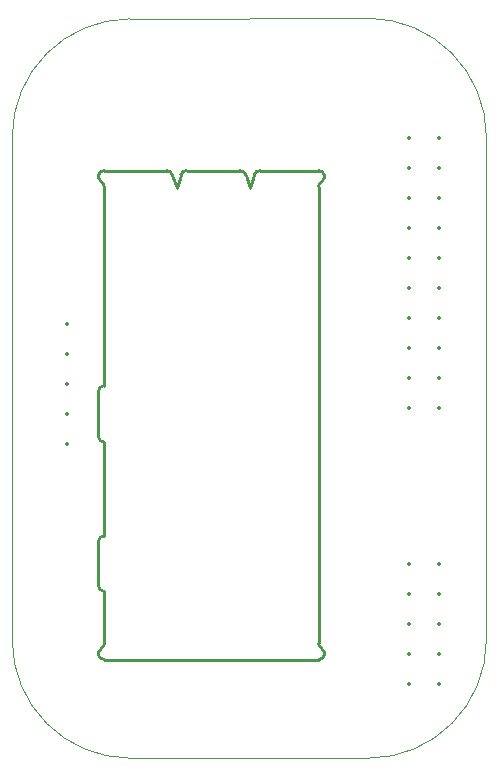
<source format=gm1>
%TF.GenerationSoftware,KiCad,Pcbnew,8.0.6*%
%TF.CreationDate,2024-11-04T19:51:36+01:00*%
%TF.ProjectId,Motor_Driver_carrier_board,4d6f746f-725f-4447-9269-7665725f6361,rev?*%
%TF.SameCoordinates,Original*%
%TF.FileFunction,Profile,NP*%
%FSLAX46Y46*%
G04 Gerber Fmt 4.6, Leading zero omitted, Abs format (unit mm)*
G04 Created by KiCad (PCBNEW 8.0.6) date 2024-11-04 19:51:36*
%MOMM*%
%LPD*%
G01*
G04 APERTURE LIST*
%TA.AperFunction,Profile*%
%ADD10C,0.050000*%
%TD*%
%TA.AperFunction,Profile*%
%ADD11C,0.250000*%
%TD*%
%ADD12C,0.350000*%
G04 APERTURE END LIST*
D10*
X157350000Y-88900000D02*
G75*
G02*
X147350000Y-98900000I-10000000J0D01*
G01*
D11*
X125000000Y-90550000D02*
G75*
G02*
X124750000Y-89616987I0J500000D01*
G01*
X143400000Y-89616987D02*
G75*
G02*
X143150000Y-90550000I-250000J-433013D01*
G01*
D10*
X157350124Y-46300000D02*
X157350000Y-88900000D01*
D11*
X136967037Y-49500066D02*
X137328500Y-50650000D01*
D10*
X117200000Y-46300000D02*
G75*
G02*
X127200000Y-36300000I10000000J0D01*
G01*
D11*
X131489044Y-49498188D02*
G75*
G02*
X131965440Y-49149987I476556J-152012D01*
G01*
X125000000Y-89183975D02*
G75*
G02*
X124749986Y-89616963I-499900J-25D01*
G01*
X124994500Y-72150000D02*
G75*
G02*
X124494500Y-71650000I0J500000D01*
G01*
X125000000Y-84790000D02*
X125000000Y-89183975D01*
X137328500Y-50650000D02*
X137689963Y-49500066D01*
X143150000Y-50516025D02*
X143150000Y-89183975D01*
X136490047Y-49150000D02*
G75*
G02*
X136967037Y-49500066I-147J-500200D01*
G01*
D10*
X127200000Y-98900000D02*
G75*
G02*
X117200000Y-88900000I0J10000000D01*
G01*
D11*
X124994500Y-84790000D02*
G75*
G02*
X124494500Y-84290000I0J500000D01*
G01*
X124494500Y-80570000D02*
G75*
G02*
X124994500Y-80070000I500000J0D01*
G01*
X136490047Y-49150000D02*
X131965440Y-49150000D01*
X124750000Y-50083013D02*
G75*
G02*
X125000000Y-49150000I250000J433013D01*
G01*
X143150000Y-90550000D02*
X125000000Y-90550000D01*
X130278560Y-49150000D02*
X125000000Y-49150000D01*
D10*
X127200000Y-36300000D02*
X147350000Y-36250000D01*
D11*
X130754956Y-49498188D02*
X131122000Y-50650000D01*
X124494500Y-67850000D02*
G75*
G02*
X124994500Y-67350000I500000J0D01*
G01*
X143150000Y-49150000D02*
X138166953Y-49150000D01*
X131122000Y-50650000D02*
X131489044Y-49498188D01*
X143150000Y-49150000D02*
G75*
G02*
X143400000Y-50083013I0J-500000D01*
G01*
X125000000Y-50516025D02*
X125000000Y-67350000D01*
X130278560Y-49150000D02*
G75*
G02*
X130754992Y-49498176I40J-500000D01*
G01*
X124494500Y-84290000D02*
X124494500Y-80570000D01*
X125000000Y-72150000D02*
X125000000Y-80070000D01*
X137689963Y-49500066D02*
G75*
G02*
X138166953Y-49149981I476937J-149834D01*
G01*
X124750000Y-50083013D02*
G75*
G02*
X125000028Y-50516025I-249900J-432987D01*
G01*
X143150000Y-50516025D02*
G75*
G02*
X143400014Y-50083037I499900J25D01*
G01*
D10*
X117200000Y-88900000D02*
X117200000Y-46300000D01*
X147350000Y-36250000D02*
G75*
G02*
X157350124Y-46300000I-50000J-10050000D01*
G01*
D11*
X143400000Y-89616987D02*
G75*
G02*
X143150022Y-89183975I250000J432987D01*
G01*
D10*
X147350000Y-98900000D02*
X127200000Y-98900000D01*
D11*
X124494500Y-67850000D02*
X124494500Y-71650000D01*
D12*
X121800000Y-62120000D03*
X121800000Y-64660000D03*
X121800000Y-67200000D03*
X121800000Y-69740000D03*
X121800000Y-72280000D03*
X153375000Y-46350000D03*
X150835000Y-46350000D03*
X153375000Y-48890000D03*
X150835000Y-48890000D03*
X153375000Y-51430000D03*
X150835000Y-51430000D03*
X153375000Y-53970000D03*
X150835000Y-53970000D03*
X153375000Y-56510000D03*
X150835000Y-56510000D03*
X153375000Y-59050000D03*
X150835000Y-59050000D03*
X153375000Y-61590000D03*
X150835000Y-61590000D03*
X153375000Y-64130000D03*
X150835000Y-64130000D03*
X153375000Y-66670000D03*
X150835000Y-66670000D03*
X153375000Y-69210000D03*
X150835000Y-69210000D03*
X153375000Y-82450000D03*
X150835000Y-82450000D03*
X153375000Y-84990000D03*
X150835000Y-84990000D03*
X153375000Y-87530000D03*
X150835000Y-87530000D03*
X153375000Y-90070000D03*
X150835000Y-90070000D03*
X153375000Y-92610000D03*
X150835000Y-92610000D03*
M02*

</source>
